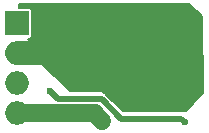
<source format=gbr>
G04 #@! TF.FileFunction,Copper,L2,Bot,Signal*
%FSLAX46Y46*%
G04 Gerber Fmt 4.6, Leading zero omitted, Abs format (unit mm)*
G04 Created by KiCad (PCBNEW 4.0.5-e0-6337~49~ubuntu15.04.1) date Tue Dec 19 21:41:28 2017*
%MOMM*%
%LPD*%
G01*
G04 APERTURE LIST*
%ADD10C,0.100000*%
%ADD11O,1.998980X1.998980*%
%ADD12R,1.998980X1.998980*%
%ADD13C,0.600000*%
%ADD14C,0.500000*%
%ADD15C,2.000000*%
%ADD16C,1.500000*%
%ADD17C,0.200000*%
G04 APERTURE END LIST*
D10*
D11*
X126365000Y-84582000D03*
D12*
X126365000Y-76962000D03*
D11*
X126365000Y-79502000D03*
X126365000Y-82042000D03*
D13*
X129159000Y-82677000D03*
X140589000Y-85344000D03*
X136144000Y-75946000D03*
X141351000Y-79629000D03*
X136652000Y-83820000D03*
X129794000Y-76708000D03*
X134112000Y-82042000D03*
X133604000Y-85217000D03*
D14*
X140589000Y-85344000D02*
X140289001Y-85044001D01*
X129855557Y-83373557D02*
X129159000Y-82677000D01*
X140289001Y-85044001D02*
X135228329Y-85044001D01*
X135228329Y-85044001D02*
X133557885Y-83373557D01*
X133557885Y-83373557D02*
X129855557Y-83373557D01*
D15*
X126365000Y-79502000D02*
X127778492Y-79502000D01*
D16*
X133013112Y-84582000D02*
X133013112Y-84626112D01*
X133013112Y-84626112D02*
X133604000Y-85217000D01*
X126365000Y-84582000D02*
X133013112Y-84582000D01*
D17*
G36*
X142013793Y-76369215D02*
X142139200Y-82890378D01*
X140674578Y-84355000D01*
X135317145Y-84355000D01*
X133946794Y-82984648D01*
X133884339Y-82942917D01*
X133674711Y-82733289D01*
X133641629Y-82711350D01*
X133604000Y-82704000D01*
X130851422Y-82704000D01*
X128594711Y-80447289D01*
X128561629Y-80425350D01*
X128524000Y-80418000D01*
X127673621Y-80418000D01*
X127921316Y-79904416D01*
X127813107Y-79656000D01*
X126592000Y-79656000D01*
X126592000Y-79348000D01*
X127813107Y-79348000D01*
X127921316Y-79099584D01*
X127648851Y-78534640D01*
X127349424Y-78267367D01*
X127364490Y-78267367D01*
X127475663Y-78246448D01*
X127577769Y-78180745D01*
X127646268Y-78080493D01*
X127670367Y-77961490D01*
X127670367Y-75962510D01*
X127649448Y-75851337D01*
X127583745Y-75749231D01*
X127483493Y-75680732D01*
X127364490Y-75656633D01*
X126592000Y-75656633D01*
X126592000Y-75305000D01*
X140949578Y-75305000D01*
X142013793Y-76369215D01*
X142013793Y-76369215D01*
G37*
X142013793Y-76369215D02*
X142139200Y-82890378D01*
X140674578Y-84355000D01*
X135317145Y-84355000D01*
X133946794Y-82984648D01*
X133884339Y-82942917D01*
X133674711Y-82733289D01*
X133641629Y-82711350D01*
X133604000Y-82704000D01*
X130851422Y-82704000D01*
X128594711Y-80447289D01*
X128561629Y-80425350D01*
X128524000Y-80418000D01*
X127673621Y-80418000D01*
X127921316Y-79904416D01*
X127813107Y-79656000D01*
X126592000Y-79656000D01*
X126592000Y-79348000D01*
X127813107Y-79348000D01*
X127921316Y-79099584D01*
X127648851Y-78534640D01*
X127349424Y-78267367D01*
X127364490Y-78267367D01*
X127475663Y-78246448D01*
X127577769Y-78180745D01*
X127646268Y-78080493D01*
X127670367Y-77961490D01*
X127670367Y-75962510D01*
X127649448Y-75851337D01*
X127583745Y-75749231D01*
X127483493Y-75680732D01*
X127364490Y-75656633D01*
X126592000Y-75656633D01*
X126592000Y-75305000D01*
X140949578Y-75305000D01*
X142013793Y-76369215D01*
M02*

</source>
